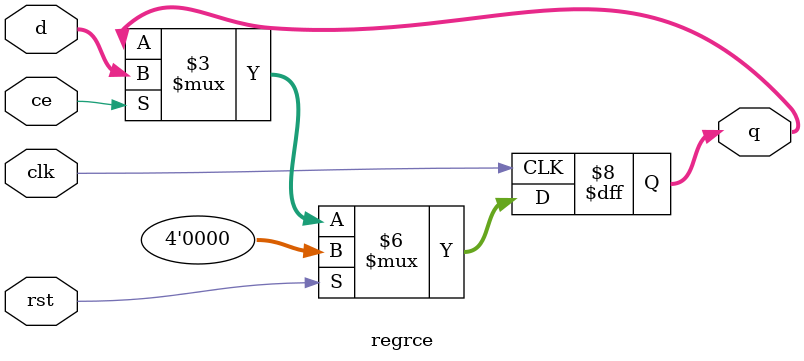
<source format=v>


//
// rregce
//
// clock enabled register with reset
//
// load a new value if ce = 1 and rising edge of clock, else
// hold the old value.
//
//
module regrce #(parameter WIDTH = 4)
   (
    output reg [WIDTH-1:0] q,
    input wire [WIDTH-1:0]  d,
    input wire		   ce,    //clock enable
    input wire             rst,   // synchronous reset
    input wire		   clk);

   always @(posedge clk) begin
      if (rst)
	q <= {WIDTH{1'b0}};
      else begin
	 if (ce)
	   q <= d;
	 else
	   q <= q;
      end
   end

endmodule


</source>
